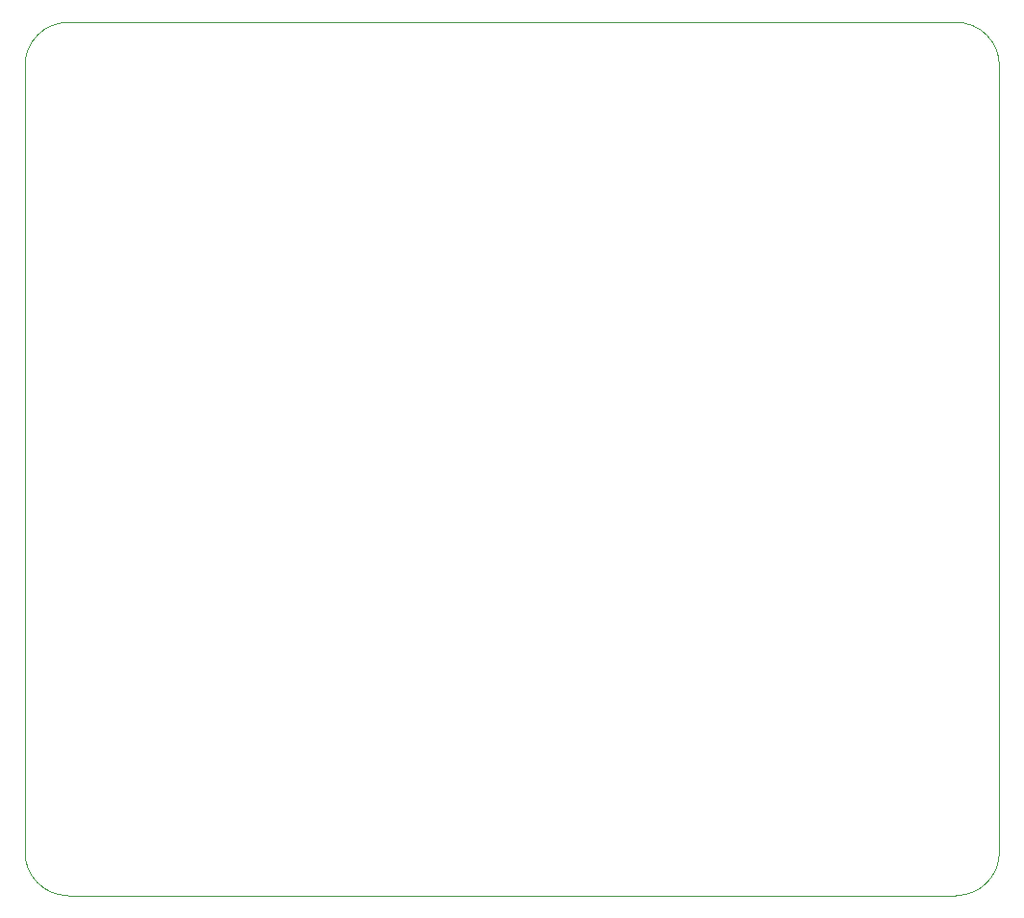
<source format=gm1>
%TF.GenerationSoftware,KiCad,Pcbnew,(6.0.0)*%
%TF.CreationDate,2022-03-13T18:30:08-04:00*%
%TF.ProjectId,io_i2c,696f5f69-3263-42e6-9b69-6361645f7063,rev?*%
%TF.SameCoordinates,Original*%
%TF.FileFunction,Profile,NP*%
%FSLAX46Y46*%
G04 Gerber Fmt 4.6, Leading zero omitted, Abs format (unit mm)*
G04 Created by KiCad (PCBNEW (6.0.0)) date 2022-03-13 18:30:08*
%MOMM*%
%LPD*%
G01*
G04 APERTURE LIST*
%TA.AperFunction,Profile*%
%ADD10C,0.100000*%
%TD*%
G04 APERTURE END LIST*
D10*
X101600000Y-168910000D02*
X131445000Y-168910000D01*
X97790000Y-95885000D02*
X97790000Y-99695000D01*
X154940000Y-168910000D02*
X175895000Y-168910000D01*
X97790000Y-165100000D02*
X97790000Y-164465000D01*
X97790000Y-165100000D02*
G75*
G03*
X101600000Y-168910000I3809999J-1D01*
G01*
X172720000Y-92075000D02*
X135890000Y-92075000D01*
X183515000Y-114300000D02*
X183515000Y-128270000D01*
X179705000Y-168910000D02*
G75*
G03*
X183515000Y-165100000I1J3809999D01*
G01*
X97790000Y-161290000D02*
X97790000Y-164465000D01*
X101600000Y-92075000D02*
X102870000Y-92075000D01*
X135890000Y-92075000D02*
X109220000Y-92075000D01*
X179705000Y-92075000D02*
X172720000Y-92075000D01*
X97790000Y-153670000D02*
X97790000Y-161290000D01*
X131445000Y-168910000D02*
X154940000Y-168910000D01*
X109220000Y-92075000D02*
X102870000Y-92075000D01*
X183515000Y-95885000D02*
X183515000Y-114300000D01*
X101600000Y-92075000D02*
G75*
G03*
X97790000Y-95885000I-1J-3809999D01*
G01*
X183515000Y-95885000D02*
G75*
G03*
X179705000Y-92075000I-3809999J1D01*
G01*
X97790000Y-153670000D02*
X97790000Y-99695000D01*
X183515000Y-165100000D02*
X183515000Y-128270000D01*
X175895000Y-168910000D02*
X179705000Y-168910000D01*
M02*

</source>
